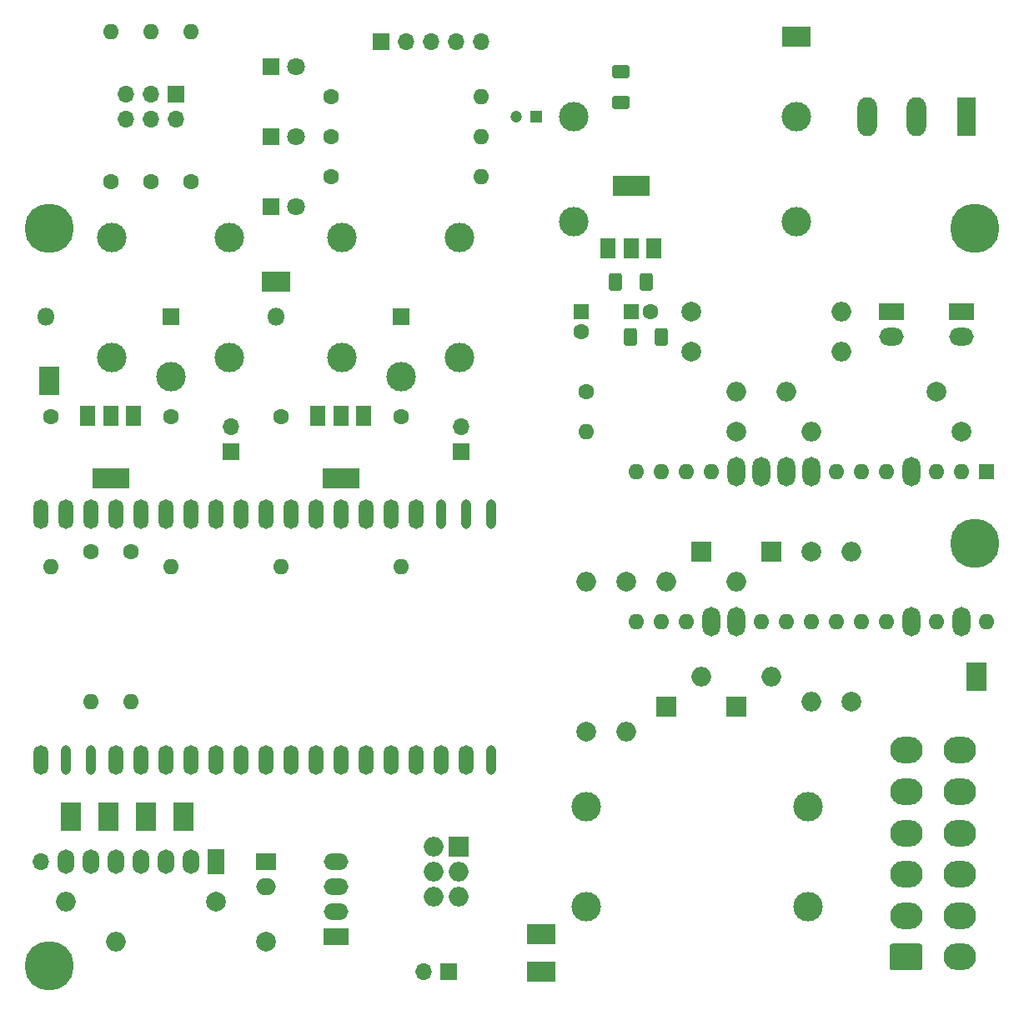
<source format=gbs>
%TF.GenerationSoftware,KiCad,Pcbnew,(5.1.12-1-10_14)*%
%TF.CreationDate,2023-03-30T15:47:48+02:00*%
%TF.ProjectId,Airlock-Mainboard,4169726c-6f63-46b2-9d4d-61696e626f61,rev?*%
%TF.SameCoordinates,Original*%
%TF.FileFunction,Soldermask,Bot*%
%TF.FilePolarity,Negative*%
%FSLAX46Y46*%
G04 Gerber Fmt 4.6, Leading zero omitted, Abs format (unit mm)*
G04 Created by KiCad (PCBNEW (5.1.12-1-10_14)) date 2023-03-30 15:47:48*
%MOMM*%
%LPD*%
G01*
G04 APERTURE LIST*
%ADD10C,5.000000*%
%ADD11R,2.500000X1.700000*%
%ADD12O,2.500000X1.700000*%
%ADD13R,1.700000X1.700000*%
%ADD14O,1.700000X1.700000*%
%ADD15R,2.000000X2.000000*%
%ADD16O,2.000000X2.000000*%
%ADD17O,1.500000X3.000000*%
%ADD18O,1.000000X3.000000*%
%ADD19R,1.600000X1.600000*%
%ADD20O,1.600000X1.600000*%
%ADD21O,1.800000X3.000000*%
%ADD22C,1.600000*%
%ADD23R,1.200000X1.200000*%
%ADD24C,1.200000*%
%ADD25O,1.800000X1.800000*%
%ADD26R,1.800000X1.800000*%
%ADD27O,2.500000X1.800000*%
%ADD28R,2.500000X1.800000*%
%ADD29C,1.800000*%
%ADD30C,3.000000*%
%ADD31R,1.980000X3.960000*%
%ADD32O,1.980000X3.960000*%
%ADD33R,1.700000X2.500000*%
%ADD34O,1.700000X2.500000*%
%ADD35O,3.300000X2.700000*%
%ADD36R,2.000000X1.700000*%
%ADD37O,2.000000X1.700000*%
%ADD38R,3.000000X2.000000*%
%ADD39R,2.000000X3.000000*%
%ADD40R,3.800000X2.000000*%
%ADD41R,1.500000X2.000000*%
%ADD42C,2.000000*%
G04 APERTURE END LIST*
D10*
%TO.C,REF\u002A\u002A*%
X262000000Y-57000000D03*
%TD*%
%TO.C,REF\u002A\u002A*%
X168000000Y-57000000D03*
%TD*%
%TO.C,REF\u002A\u002A*%
X262000000Y-89000000D03*
%TD*%
%TO.C,REF\u002A\u002A*%
X168000000Y-132000000D03*
%TD*%
D11*
%TO.C,J4*%
X197104000Y-129032000D03*
D12*
X197104000Y-126492000D03*
X197104000Y-123952000D03*
X197104000Y-121412000D03*
%TD*%
D13*
%TO.C,J2*%
X201676000Y-38100000D03*
D14*
X204216000Y-38100000D03*
X206756000Y-38100000D03*
X209296000Y-38100000D03*
X211836000Y-38100000D03*
%TD*%
D15*
%TO.C,J6*%
X209550000Y-119888000D03*
D16*
X207010000Y-119888000D03*
X209550000Y-122428000D03*
X207010000Y-122428000D03*
X209550000Y-124968000D03*
X207010000Y-124968000D03*
%TD*%
D13*
%TO.C,J3*%
X180848000Y-43434000D03*
D14*
X180848000Y-45974000D03*
X178308000Y-43434000D03*
X178308000Y-45974000D03*
X175768000Y-43434000D03*
X175768000Y-45974000D03*
%TD*%
D17*
%TO.C,U3*%
X167132000Y-86052000D03*
X167132000Y-111052000D03*
X169672000Y-86052000D03*
D18*
X169672000Y-111052000D03*
D17*
X172212000Y-86052000D03*
D18*
X172212000Y-111052000D03*
D17*
X174752000Y-86052000D03*
X174752000Y-111052000D03*
X177292000Y-86052000D03*
X177292000Y-111052000D03*
X179832000Y-86052000D03*
X179832000Y-111052000D03*
X182372000Y-86052000D03*
X182372000Y-111052000D03*
X184912000Y-86052000D03*
X184912000Y-111052000D03*
X187452000Y-86052000D03*
X187452000Y-111052000D03*
X189992000Y-86052000D03*
X189992000Y-111052000D03*
X192532000Y-86052000D03*
X192532000Y-111052000D03*
X195072000Y-86052000D03*
X195072000Y-111052000D03*
X197612000Y-86052000D03*
X197612000Y-111052000D03*
X200152000Y-86052000D03*
X200152000Y-111052000D03*
X202692000Y-86052000D03*
X202692000Y-111052000D03*
X205232000Y-86052000D03*
X205232000Y-111052000D03*
D18*
X207772000Y-86052000D03*
D17*
X207772000Y-111052000D03*
D18*
X210312000Y-86052000D03*
D17*
X210312000Y-111052000D03*
D18*
X212852000Y-86052000D03*
X212852000Y-111052000D03*
%TD*%
D19*
%TO.C,A1*%
X263144000Y-81788000D03*
D20*
X230124000Y-97028000D03*
X260604000Y-81788000D03*
X232664000Y-97028000D03*
X258064000Y-81788000D03*
D21*
X235204000Y-97028000D03*
X255524000Y-81788000D03*
X237744000Y-97028000D03*
D20*
X252984000Y-81788000D03*
X240284000Y-97028000D03*
X250444000Y-81788000D03*
X242824000Y-97028000D03*
X247904000Y-81788000D03*
X245364000Y-97028000D03*
D21*
X245364000Y-81788000D03*
D20*
X247904000Y-97028000D03*
D21*
X242824000Y-81788000D03*
D20*
X250444000Y-97028000D03*
D21*
X240284000Y-81788000D03*
D20*
X252984000Y-97028000D03*
D21*
X237744000Y-81788000D03*
X255524000Y-97028000D03*
D20*
X235204000Y-81788000D03*
X258064000Y-97028000D03*
X232664000Y-81788000D03*
D21*
X260604000Y-97028000D03*
D20*
X230124000Y-81788000D03*
X263144000Y-97028000D03*
X227584000Y-81788000D03*
X227584000Y-97028000D03*
%TD*%
%TO.C,C1*%
G36*
G01*
X224851000Y-63134001D02*
X224851000Y-61833999D01*
G75*
G02*
X225100999Y-61584000I249999J0D01*
G01*
X225926001Y-61584000D01*
G75*
G02*
X226176000Y-61833999I0J-249999D01*
G01*
X226176000Y-63134001D01*
G75*
G02*
X225926001Y-63384000I-249999J0D01*
G01*
X225100999Y-63384000D01*
G75*
G02*
X224851000Y-63134001I0J249999D01*
G01*
G37*
G36*
G01*
X227976000Y-63134001D02*
X227976000Y-61833999D01*
G75*
G02*
X228225999Y-61584000I249999J0D01*
G01*
X229051001Y-61584000D01*
G75*
G02*
X229301000Y-61833999I0J-249999D01*
G01*
X229301000Y-63134001D01*
G75*
G02*
X229051001Y-63384000I-249999J0D01*
G01*
X228225999Y-63384000D01*
G75*
G02*
X227976000Y-63134001I0J249999D01*
G01*
G37*
%TD*%
D22*
%TO.C,C2*%
X221996000Y-67532000D03*
D19*
X221996000Y-65532000D03*
%TD*%
%TO.C,C3*%
G36*
G01*
X226710001Y-41772000D02*
X225409999Y-41772000D01*
G75*
G02*
X225160000Y-41522001I0J249999D01*
G01*
X225160000Y-40696999D01*
G75*
G02*
X225409999Y-40447000I249999J0D01*
G01*
X226710001Y-40447000D01*
G75*
G02*
X226960000Y-40696999I0J-249999D01*
G01*
X226960000Y-41522001D01*
G75*
G02*
X226710001Y-41772000I-249999J0D01*
G01*
G37*
G36*
G01*
X226710001Y-44897000D02*
X225409999Y-44897000D01*
G75*
G02*
X225160000Y-44647001I0J249999D01*
G01*
X225160000Y-43821999D01*
G75*
G02*
X225409999Y-43572000I249999J0D01*
G01*
X226710001Y-43572000D01*
G75*
G02*
X226960000Y-43821999I0J-249999D01*
G01*
X226960000Y-44647001D01*
G75*
G02*
X226710001Y-44897000I-249999J0D01*
G01*
G37*
%TD*%
%TO.C,C4*%
G36*
G01*
X226375000Y-68722001D02*
X226375000Y-67421999D01*
G75*
G02*
X226624999Y-67172000I249999J0D01*
G01*
X227450001Y-67172000D01*
G75*
G02*
X227700000Y-67421999I0J-249999D01*
G01*
X227700000Y-68722001D01*
G75*
G02*
X227450001Y-68972000I-249999J0D01*
G01*
X226624999Y-68972000D01*
G75*
G02*
X226375000Y-68722001I0J249999D01*
G01*
G37*
G36*
G01*
X229500000Y-68722001D02*
X229500000Y-67421999D01*
G75*
G02*
X229749999Y-67172000I249999J0D01*
G01*
X230575001Y-67172000D01*
G75*
G02*
X230825000Y-67421999I0J-249999D01*
G01*
X230825000Y-68722001D01*
G75*
G02*
X230575001Y-68972000I-249999J0D01*
G01*
X229749999Y-68972000D01*
G75*
G02*
X229500000Y-68722001I0J249999D01*
G01*
G37*
%TD*%
D23*
%TO.C,C5*%
X217424000Y-45720000D03*
D24*
X215424000Y-45720000D03*
%TD*%
D19*
%TO.C,C6*%
X227076000Y-65532000D03*
D22*
X229076000Y-65532000D03*
%TD*%
D25*
%TO.C,D1*%
X167640000Y-66040000D03*
D26*
X180340000Y-66040000D03*
%TD*%
D25*
%TO.C,D2*%
X191008000Y-66040000D03*
D26*
X203708000Y-66040000D03*
%TD*%
D27*
%TO.C,D3*%
X253492000Y-68072000D03*
D28*
X253492000Y-65532000D03*
%TD*%
%TO.C,D4*%
X260604000Y-65532000D03*
D27*
X260604000Y-68072000D03*
%TD*%
D26*
%TO.C,D5(12V)*%
X190500000Y-47752000D03*
D29*
X193040000Y-47752000D03*
%TD*%
%TO.C,D6(5V)*%
X193040000Y-40640000D03*
D26*
X190500000Y-40640000D03*
%TD*%
%TO.C,D7(3V3)*%
X190500000Y-54864000D03*
D29*
X193040000Y-54864000D03*
%TD*%
D16*
%TO.C,D8*%
X230632000Y-92964000D03*
D15*
X230632000Y-105664000D03*
%TD*%
%TO.C,D9*%
X234188000Y-89916000D03*
D16*
X234188000Y-102616000D03*
%TD*%
D15*
%TO.C,D10*%
X237744000Y-105664000D03*
D16*
X237744000Y-92964000D03*
%TD*%
D15*
%TO.C,D11*%
X241300000Y-89916000D03*
D16*
X241300000Y-102616000D03*
%TD*%
D30*
%TO.C,F1*%
X243840000Y-45720000D03*
X221240000Y-45720000D03*
%TD*%
%TO.C,F2*%
X243840000Y-56388000D03*
X221240000Y-56388000D03*
%TD*%
%TO.C,F3*%
X245104000Y-115824000D03*
X222504000Y-115824000D03*
%TD*%
%TO.C,F4*%
X222504000Y-125984000D03*
X245104000Y-125984000D03*
%TD*%
D31*
%TO.C,J1*%
X261112000Y-45720000D03*
D32*
X256112000Y-45720000D03*
X251112000Y-45720000D03*
%TD*%
D33*
%TO.C,J5*%
X184912000Y-121412000D03*
D34*
X182372000Y-121412000D03*
X179832000Y-121412000D03*
X177292000Y-121412000D03*
X174752000Y-121412000D03*
X172212000Y-121412000D03*
X169672000Y-121412000D03*
D14*
X167132000Y-121412000D03*
%TD*%
%TO.C,J7*%
G36*
G01*
X256415999Y-132414000D02*
X253616001Y-132414000D01*
G75*
G02*
X253366000Y-132163999I0J250001D01*
G01*
X253366000Y-129964001D01*
G75*
G02*
X253616001Y-129714000I250001J0D01*
G01*
X256415999Y-129714000D01*
G75*
G02*
X256666000Y-129964001I0J-250001D01*
G01*
X256666000Y-132163999D01*
G75*
G02*
X256415999Y-132414000I-250001J0D01*
G01*
G37*
D35*
X255016000Y-126864000D03*
X255016000Y-122664000D03*
X255016000Y-118464000D03*
X255016000Y-114264000D03*
X255016000Y-110064000D03*
X260516000Y-131064000D03*
X260516000Y-126864000D03*
X260516000Y-122664000D03*
X260516000Y-118464000D03*
X260516000Y-114264000D03*
X260516000Y-110064000D03*
%TD*%
D14*
%TO.C,JP1: Pull to kill K1 ->*%
X186436000Y-77216000D03*
D13*
X186436000Y-79756000D03*
%TD*%
%TO.C,JP2: Pull to kill K2 ->*%
X209804000Y-79756000D03*
D14*
X209804000Y-77216000D03*
%TD*%
D36*
%TO.C,JP3*%
X189992000Y-121412000D03*
D37*
X189992000Y-123952000D03*
%TD*%
D14*
%TO.C,JP4*%
X205994000Y-132588000D03*
D13*
X208534000Y-132588000D03*
%TD*%
D30*
%TO.C,K1*%
X186340000Y-70136000D03*
X186340000Y-57936000D03*
X174340000Y-57936000D03*
X174340000Y-70136000D03*
X180340000Y-72136000D03*
%TD*%
%TO.C,K2*%
X203708000Y-72136000D03*
X197708000Y-70136000D03*
X197708000Y-57936000D03*
X209708000Y-57936000D03*
X209708000Y-70136000D03*
%TD*%
D38*
%TO.C,MP1*%
X217932000Y-128778000D03*
%TD*%
%TO.C,MP2*%
X217932000Y-132588000D03*
%TD*%
D39*
%TO.C,MP3*%
X262128000Y-102616000D03*
%TD*%
D38*
%TO.C,MP5*%
X243840000Y-37592000D03*
%TD*%
D39*
%TO.C,MP9*%
X168000000Y-72500000D03*
%TD*%
D38*
%TO.C,MP10*%
X191008000Y-62484000D03*
%TD*%
D39*
%TO.C,MP11*%
X181610000Y-116840000D03*
%TD*%
%TO.C,MP12*%
X177800000Y-116840000D03*
%TD*%
%TO.C,MP13*%
X173990000Y-116840000D03*
%TD*%
%TO.C,MP14*%
X170180000Y-116840000D03*
%TD*%
D40*
%TO.C,Q1*%
X174244000Y-82398000D03*
D41*
X174244000Y-76098000D03*
X176544000Y-76098000D03*
X171944000Y-76098000D03*
%TD*%
%TO.C,Q2*%
X195312000Y-76098000D03*
X199912000Y-76098000D03*
X197612000Y-76098000D03*
D40*
X197612000Y-82398000D03*
%TD*%
D42*
%TO.C,R1*%
X258064000Y-73660000D03*
D16*
X242824000Y-73660000D03*
%TD*%
%TO.C,R2*%
X248412000Y-65532000D03*
D42*
X233172000Y-65532000D03*
%TD*%
%TO.C,R3*%
X233172000Y-69596000D03*
D16*
X248412000Y-69596000D03*
%TD*%
D22*
%TO.C,R4*%
X222504000Y-73660000D03*
D16*
X237744000Y-73660000D03*
%TD*%
%TO.C,R5*%
X245364000Y-77724000D03*
D42*
X260604000Y-77724000D03*
%TD*%
D20*
%TO.C,R6*%
X222504000Y-77724000D03*
D42*
X237744000Y-77724000D03*
%TD*%
D22*
%TO.C,R7*%
X196596000Y-47752000D03*
D20*
X211836000Y-47752000D03*
%TD*%
%TO.C,R8*%
X211836000Y-43688000D03*
D22*
X196596000Y-43688000D03*
%TD*%
%TO.C,R9*%
X174244000Y-52324000D03*
D20*
X174244000Y-37084000D03*
%TD*%
%TO.C,R10*%
X178308000Y-37084000D03*
D22*
X178308000Y-52324000D03*
%TD*%
D20*
%TO.C,R11*%
X182372000Y-37084000D03*
D22*
X182372000Y-52324000D03*
%TD*%
%TO.C,R12*%
X168148000Y-76200000D03*
D20*
X168148000Y-91440000D03*
%TD*%
%TO.C,R13*%
X180340000Y-91440000D03*
D22*
X180340000Y-76200000D03*
%TD*%
D20*
%TO.C,R14*%
X176276000Y-105156000D03*
D22*
X176276000Y-89916000D03*
%TD*%
%TO.C,R15*%
X172212000Y-89916000D03*
D20*
X172212000Y-105156000D03*
%TD*%
D16*
%TO.C,R16*%
X169672000Y-125476000D03*
D42*
X184912000Y-125476000D03*
%TD*%
D22*
%TO.C,R17*%
X191516000Y-76200000D03*
D20*
X191516000Y-91440000D03*
%TD*%
%TO.C,R18*%
X203708000Y-91440000D03*
D22*
X203708000Y-76200000D03*
%TD*%
D42*
%TO.C,R19*%
X190000000Y-129540000D03*
D16*
X174760000Y-129540000D03*
%TD*%
D22*
%TO.C,R20*%
X196596000Y-51816000D03*
D20*
X211836000Y-51816000D03*
%TD*%
D16*
%TO.C,R21*%
X222504000Y-92964000D03*
D42*
X222504000Y-108204000D03*
%TD*%
%TO.C,R22*%
X226568000Y-92964000D03*
D16*
X226568000Y-108204000D03*
%TD*%
%TO.C,R23*%
X249428000Y-89916000D03*
D42*
X249428000Y-105156000D03*
%TD*%
%TO.C,R24*%
X245364000Y-89916000D03*
D16*
X245364000Y-105156000D03*
%TD*%
D40*
%TO.C,U1*%
X227076000Y-52730000D03*
D41*
X227076000Y-59030000D03*
X224776000Y-59030000D03*
X229376000Y-59030000D03*
%TD*%
M02*

</source>
